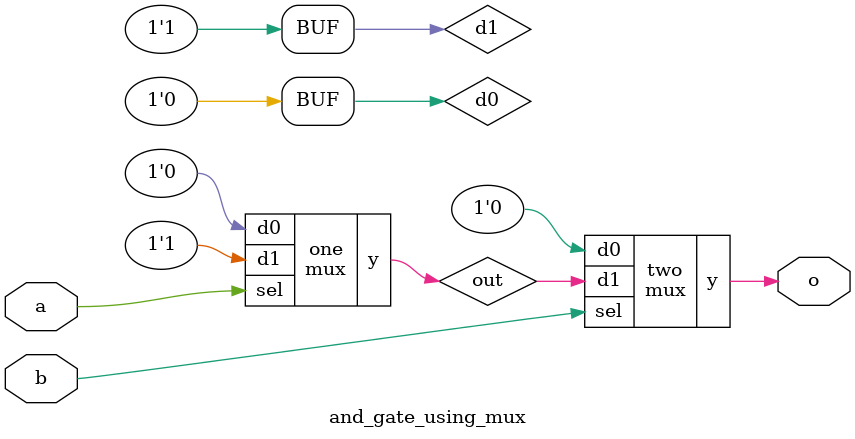
<source format=sv>

module mux
(
  input  d0, d1,
  input  sel,
  output y
);

  assign y = sel ? d1 : d0;

endmodule

//----------------------------------------------------------------------------
// Task
//----------------------------------------------------------------------------

module and_gate_using_mux
(
    input  a,
    input  b,
    output o
);

  // Task:
  // Implement and gate using instance(s) of mux,
  // constants 0 and 1, and wire connections

  wire d0,d1;
  wire out;

  assign d0 = 1'b0;
  assign d1 = 1'b1;

  mux one (
    .d0(d0),
    .d1(d1),
    .sel(a),
    .y(out)
);
  mux two (
    .d0(d0),
    .d1(out),
    .sel(b),
    .y(o)
);



endmodule

</source>
